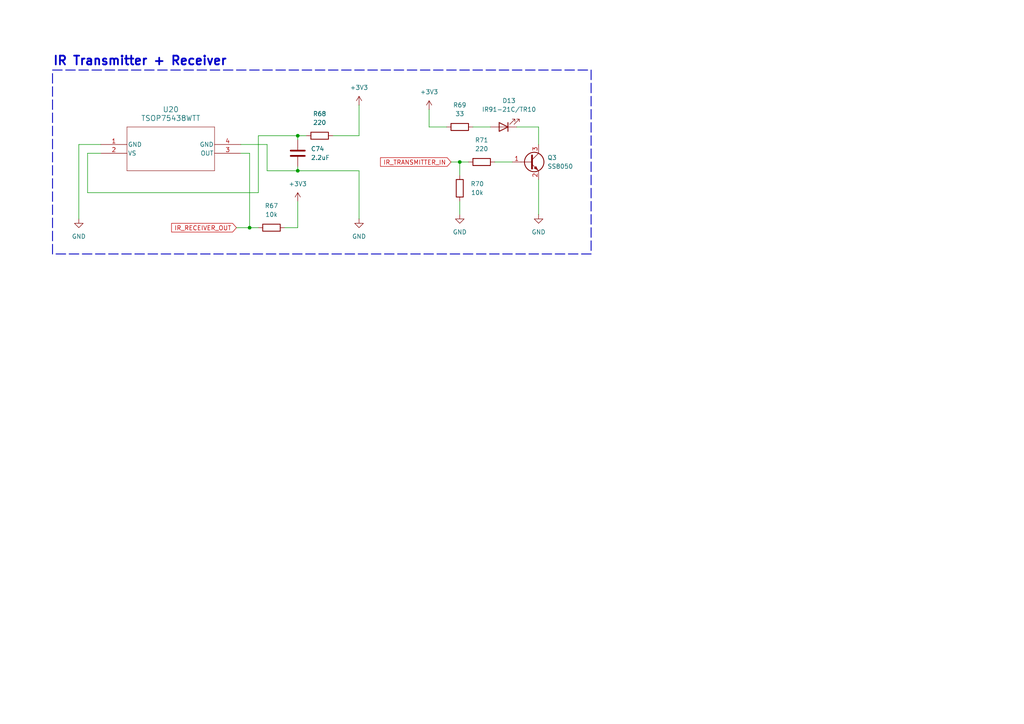
<source format=kicad_sch>
(kicad_sch (version 20250114) (generator "eeschema") (generator_version "9.0")
  (paper "A4")
  (title_block (title "HRVSTR") (date "2025-07-13") (rev "V1.0") (company "Smuggr"))
  (lib_symbols
    (symbol "Device:C" (pin_numbers (hide yes)) (pin_names (offset 0.254))
      (property "Reference" "C" (at 0.635 2.54 0))
      (property "Value" "C" (at 0.635 -2.54 0))
      (symbol "C_0_1"
        (polyline (pts (xy -2.032 0.762) (xy 2.032 0.762)) (stroke (width 0.508)))
        (polyline (pts (xy -2.032 -0.762) (xy 2.032 -0.762)) (stroke (width 0.508)))
      )
      (symbol "C_1_1"
        (pin passive line (at 0 3.81 270) (length 2.794) (name "~") (number "1"))
        (pin passive line (at 0 -3.81 90) (length 2.794) (name "~") (number "2"))
      )
    )
    (symbol "Device:R" (pin_numbers (hide yes)) (pin_names (offset 0))
      (property "Reference" "R" (at 2.032 0 90))
      (property "Value" "R" (at 0 0 90))
      (symbol "R_0_1"
        (rectangle (start -1.016 -2.54) (end 1.016 2.54) (stroke (width 0.254)))
      )
      (symbol "R_1_1"
        (pin passive line (at 0 3.81 270) (length 1.27) (name "~") (number "1"))
        (pin passive line (at 0 -3.81 90) (length 1.27) (name "~") (number "2"))
      )
    )
    (symbol "LED:IR26-21C_L110_TR8" (pin_numbers (hide yes)) (pin_names (offset 1.016) (hide yes))
      (property "Reference" "D" (at 0 2.54 0))
      (property "Value" "IR26-21C_L110_TR8" (at 0 -3.81 0))
      (symbol "IR26-21C_L110_TR8_0_1"
        (polyline (pts (xy -3.048 -0.762) (xy -4.572 -2.286) (xy -3.81 -2.286) (xy -4.572 -2.286) (xy -4.572 -1.524)))
        (polyline (pts (xy -1.778 -0.762) (xy -3.302 -2.286) (xy -2.54 -2.286) (xy -3.302 -2.286) (xy -3.302 -1.524)))
        (polyline (pts (xy -1.27 0) (xy 1.27 0)))
        (polyline (pts (xy -1.27 -1.27) (xy -1.27 1.27)) (stroke (width 0.254)))
        (polyline (pts (xy 1.27 -1.27) (xy 1.27 1.27) (xy -1.27 0) (xy 1.27 -1.27)) (stroke (width 0.254)))
      )
      (symbol "IR26-21C_L110_TR8_1_1"
        (pin passive line (at -3.81 0 0) (length 2.54) (name "K") (number "1"))
        (pin passive line (at 3.81 0 180) (length 2.54) (name "A") (number "2"))
      )
    )
    (symbol "TSOP75438TT:TSOP75438WTT" (pin_names (offset 0.254))
      (property "Reference" "U" (at 20.32 10.16 0))
      (property "Value" "TSOP75438WTT" (at 20.32 7.62 0))
      (symbol "TSOP75438WTT_0_1"
        (polyline (pts (xy 7.62 5.08) (xy 7.62 -7.62)) (stroke (width 0.127)))
        (polyline (pts (xy 7.62 -7.62) (xy 33.02 -7.62)) (stroke (width 0.127)))
        (polyline (pts (xy 33.02 5.08) (xy 7.62 5.08)) (stroke (width 0.127)))
        (polyline (pts (xy 33.02 -7.62) (xy 33.02 5.08)) (stroke (width 0.127)))
        (pin power_out line (at 0 0 0) (length 7.62) (name "GND") (number "1"))
        (pin power_in line (at 0 -2.54 0) (length 7.62) (name "VS") (number "2"))
        (pin power_out line (at 40.64 0 180) (length 7.62) (name "GND") (number "4"))
        (pin output line (at 40.64 -2.54 180) (length 7.62) (name "OUT") (number "3"))
      )
    )
    (symbol "Transistor_BJT:SS8050" (pin_names (offset 0) (hide yes))
      (property "Reference" "Q" (at 5.08 1.905 0))
      (property "Value" "SS8050" (at 5.08 0 0))
      (symbol "SS8050_0_1"
        (polyline (pts (xy -2.54 0) (xy 0.635 0)))
        (polyline (pts (xy 0.635 1.905) (xy 0.635 -1.905)) (stroke (width 0.508)))
        (circle (center 1.27 0) (radius 2.8194) (stroke (width 0.254)))
      )
      (symbol "SS8050_1_1"
        (polyline (pts (xy 0.635 0.635) (xy 2.54 2.54)))
        (polyline (pts (xy 0.635 -0.635) (xy 2.54 -2.54)))
        (polyline (pts (xy 1.27 -1.778) (xy 1.778 -1.27) (xy 2.286 -2.286) (xy 1.27 -1.778)) (fill (type outline)))
        (pin input line (at -5.08 0 0) (length 2.54) (name "B") (number "1"))
        (pin passive line (at 2.54 5.08 270) (length 2.54) (name "C") (number "3"))
        (pin passive line (at 2.54 -5.08 90) (length 2.54) (name "E") (number "2"))
      )
    )
    (symbol "power:+3V3" (power) (pin_numbers (hide yes)) (pin_names (offset 0) (hide yes))
      (property "Value" "+3V3" (at 0 3.556 0))
      (symbol "+3V3_0_1"
        (polyline (pts (xy -0.762 1.27) (xy 0 2.54)))
        (polyline (pts (xy 0 2.54) (xy 0.762 1.27)))
        (polyline (pts (xy 0 0) (xy 0 2.54)))
      )
      (symbol "+3V3_1_1"
        (pin power_in line (at 0 0 90) (length 0) (name "~") (number "1"))
      )
    )
    (symbol "power:GND" (power) (pin_numbers (hide yes)) (pin_names (offset 0) (hide yes))
      (property "Value" "GND" (at 0 -3.81 0))
      (symbol "GND_0_1"
        (polyline (pts (xy 0 0) (xy 0 -1.27) (xy 1.27 -1.27) (xy 0 -2.54) (xy -1.27 -1.27) (xy 0 -1.27)))
      )
      (symbol "GND_1_1"
        (pin power_in line (at 0 0 270) (length 0) (name "~") (number "1"))
      )
    )
  )
  (rectangle (start 15.24 20.32) (end 171.45 73.66) (stroke (width 0.254) (type dash)))
  (text "IR Transmitter + Receiver" (at 15.24 17.78 0) (effects (font (size 2.54 2.54) (thickness 0.508) (bold yes)) (justify left)))
  (junction (at 86.36 39.37))
  (junction (at 72.39 66.04))
  (junction (at 86.36 49.53))
  (junction (at 133.35 46.99))
  (wire (pts (xy 25.4 55.88) (xy 25.4 44.45)))
  (wire (pts (xy 143.51 46.99) (xy 148.59 46.99)))
  (wire (pts (xy 104.14 63.5) (xy 104.14 49.53)))
  (wire (pts (xy 86.36 49.53) (xy 77.47 49.53)))
  (wire (pts (xy 104.14 39.37) (xy 96.52 39.37)))
  (wire (pts (xy 25.4 44.45) (xy 29.21 44.45)))
  (wire (pts (xy 74.93 39.37) (xy 74.93 55.88)))
  (wire (pts (xy 86.36 39.37) (xy 88.9 39.37)))
  (wire (pts (xy 133.35 58.42) (xy 133.35 62.23)))
  (wire (pts (xy 156.21 52.07) (xy 156.21 62.23)))
  (wire (pts (xy 68.58 66.04) (xy 72.39 66.04)))
  (wire (pts (xy 29.21 41.91) (xy 22.86 41.91)))
  (wire (pts (xy 86.36 48.26) (xy 86.36 49.53)))
  (wire (pts (xy 104.14 30.48) (xy 104.14 39.37)))
  (wire (pts (xy 86.36 66.04) (xy 82.55 66.04)))
  (wire (pts (xy 156.21 36.83) (xy 149.86 36.83)))
  (wire (pts (xy 104.14 49.53) (xy 86.36 49.53)))
  (wire (pts (xy 156.21 41.91) (xy 156.21 36.83)))
  (wire (pts (xy 72.39 66.04) (xy 74.93 66.04)))
  (wire (pts (xy 130.81 46.99) (xy 133.35 46.99)))
  (wire (pts (xy 133.35 46.99) (xy 135.89 46.99)))
  (wire (pts (xy 69.85 44.45) (xy 72.39 44.45)))
  (wire (pts (xy 22.86 41.91) (xy 22.86 63.5)))
  (wire (pts (xy 133.35 46.99) (xy 133.35 50.8)))
  (wire (pts (xy 124.46 31.75) (xy 124.46 36.83)))
  (wire (pts (xy 86.36 58.42) (xy 86.36 66.04)))
  (wire (pts (xy 72.39 66.04) (xy 72.39 44.45)))
  (wire (pts (xy 77.47 41.91) (xy 77.47 49.53)))
  (wire (pts (xy 86.36 40.64) (xy 86.36 39.37)))
  (wire (pts (xy 69.85 41.91) (xy 77.47 41.91)))
  (wire (pts (xy 74.93 55.88) (xy 25.4 55.88)))
  (wire (pts (xy 137.16 36.83) (xy 142.24 36.83)))
  (wire (pts (xy 74.93 39.37) (xy 86.36 39.37)))
  (wire (pts (xy 124.46 36.83) (xy 129.54 36.83)))
  (global_label "IR_RECEIVER_OUT" (shape input) (at 68.58 66.04 180) (property "Intersheetrefs" "${INTERSHEET_REFS}" (effects (hide yes))))
  (global_label "IR_TRANSMITTER_IN" (shape input) (at 130.81 46.99 180) (property "Intersheetrefs" "${INTERSHEET_REFS}" (effects (hide yes))))
  (symbol (lib_id "Device:R") (at 92.71 39.37 90) (unit 1)
    (property "Reference" "R68" (at 92.71 33.02 90))
    (property "Value" "220" (at 92.71 35.56 90))
    (property "Description" "Resistor" (effects (hide yes)))
  )
  (symbol (lib_id "Device:C") (at 86.36 44.45 0) (unit 1)
    (property "Reference" "C74" (at 90.17 43.1799 0) (effects (justify left)))
    (property "Value" "2.2uF" (at 90.17 45.7199 0) (effects (justify left)))
    (property "Description" "Unpolarized capacitor" (effects (hide yes)))
  )
  (symbol (lib_id "LED:IR26-21C_L110_TR8") (at 146.05 36.83 180) (unit 1)
    (property "Reference" "D13" (at 147.6375 29.21 0))
    (property "Value" "IR91-21C/TR10" (at 147.6375 31.75 0))
    (property "Footprint" "LED_THT:LED_SideEmitter_Rectangular_W4.5mm_H1.6mm" (effects (hide yes)))
    (property "Datasheet" "http://www.everlight.com/file/ProductFile/IR26-21C-L110-TR8.pdf" (effects (hide yes)))
    (property "Description" "940nm, 20 deg, Infrared LED, 1206" (effects (hide yes)))
  )
  (symbol (lib_id "Device:R") (at 139.7 46.99 90) (unit 1)
    (property "Reference" "R71" (at 139.7 40.64 90))
    (property "Value" "220" (at 139.7 43.18 90))
    (property "Description" "Resistor" (effects (hide yes)))
  )
  (symbol (lib_id "power:+3V3") (at 86.36 58.42 0) (unit 1)
    (property "Reference" "#PWR0119" (effects (hide yes)))
    (property "Value" "+3V3" (at 86.36 53.34 0))
    (property "Description" "Power symbol creates a global label with name \"+3V3\"" (effects (hide yes)))
  )
  (symbol (lib_id "power:+3V3") (at 124.46 31.75 0) (unit 1)
    (property "Reference" "#PWR0122" (effects (hide yes)))
    (property "Value" "+3V3" (at 124.46 26.67 0))
    (property "Description" "Power symbol creates a global label with name \"+3V3\"" (effects (hide yes)))
  )
  (symbol (lib_id "Device:R") (at 78.74 66.04 90) (unit 1)
    (property "Reference" "R67" (at 78.74 59.69 90))
    (property "Value" "10k" (at 78.74 62.23 90))
    (property "Description" "Resistor" (effects (hide yes)))
  )
  (symbol (lib_id "power:GND") (at 133.35 62.23 0) (unit 1)
    (property "Reference" "#PWR0123" (effects (hide yes)))
    (property "Value" "GND" (at 133.35 67.31 0))
    (property "Description" "Power symbol creates a global label with name \"GND\" , ground" (effects (hide yes)))
  )
  (symbol (lib_id "Transistor_BJT:SS8050") (at 153.67 46.99 0) (unit 1)
    (property "Reference" "Q3" (at 158.75 45.7199 0) (effects (justify left)))
    (property "Value" "SS8050" (at 158.75 48.2599 0) (effects (justify left)))
    (property "Footprint" "Package_TO_SOT_SMD:SOT-23" (effects (hide yes)))
    (property "Datasheet" "http://www.secosgmbh.com/datasheet/products/SSMPTransistor/SOT-23/SS8050.pdf" (effects (hide yes)))
    (property "Description" "General Purpose NPN Transistor, 1.5A Ic, 25V Vce, SOT-23" (effects (hide yes)))
  )
  (symbol (lib_id "Device:R") (at 133.35 54.61 0) (unit 1)
    (property "Reference" "R70" (at 138.43 53.34 0))
    (property "Value" "10k" (at 138.43 55.88 0))
    (property "Description" "Resistor" (effects (hide yes)))
  )
  (symbol (lib_id "power:+3V3") (at 104.14 30.48 0) (unit 1)
    (property "Reference" "#PWR0120" (effects (hide yes)))
    (property "Value" "+3V3" (at 104.14 25.4 0))
    (property "Description" "Power symbol creates a global label with name \"+3V3\"" (effects (hide yes)))
  )
  (symbol (lib_id "TSOP75438TT:TSOP75438WTT") (at 29.21 41.91 0) (unit 1)
    (property "Reference" "U20" (at 49.53 31.75 0) (effects (font (size 1.524 1.524))))
    (property "Value" "TSOP75438WTT" (at 49.53 34.29 0) (effects (font (size 1.524 1.524))))
    (property "Footprint" "TSOP75_WTT_VIS" (effects (hide yes)))
    (property "Datasheet" "https://www.vishay.com/doc?82496" (effects (hide yes)))
  )
  (symbol (lib_id "power:GND") (at 104.14 63.5 0) (unit 1)
    (property "Reference" "#PWR0121" (effects (hide yes)))
    (property "Value" "GND" (at 104.14 68.58 0))
    (property "Description" "Power symbol creates a global label with name \"GND\" , ground" (effects (hide yes)))
  )
  (symbol (lib_id "Device:R") (at 133.35 36.83 90) (unit 1)
    (property "Reference" "R69" (at 133.35 30.48 90))
    (property "Value" "33" (at 133.35 33.02 90))
    (property "Description" "Resistor" (effects (hide yes)))
  )
  (symbol (lib_id "power:GND") (at 22.86 63.5 0) (unit 1)
    (property "Reference" "#PWR0146" (effects (hide yes)))
    (property "Value" "GND" (at 22.86 68.58 0))
    (property "Description" "Power symbol creates a global label with name \"GND\" , ground" (effects (hide yes)))
  )
  (symbol (lib_id "power:GND") (at 156.21 62.23 0) (unit 1)
    (property "Reference" "#PWR0124" (effects (hide yes)))
    (property "Value" "GND" (at 156.21 67.31 0))
    (property "Description" "Power symbol creates a global label with name \"GND\" , ground" (effects (hide yes)))
  )
)
</source>
